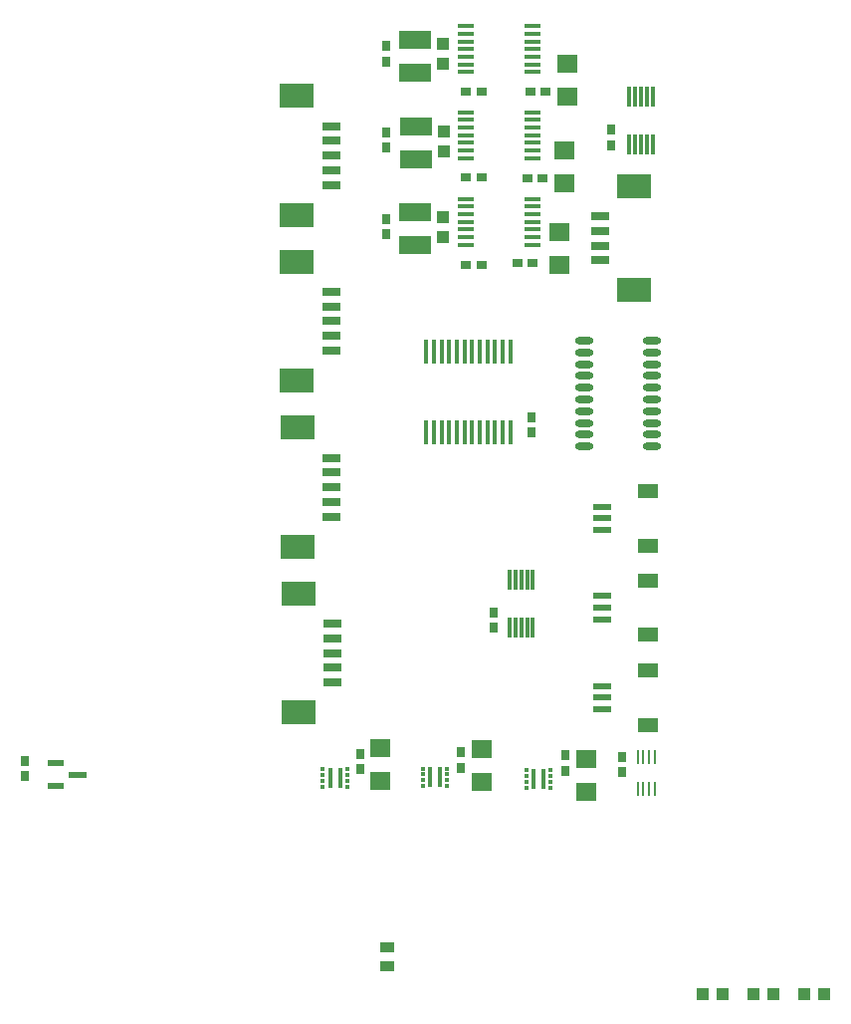
<source format=gtp>
G04 Layer_Color=8421504*
%FSLAX25Y25*%
%MOIN*%
G70*
G01*
G75*
%ADD10R,0.04331X0.03937*%
%ADD11R,0.02756X0.03543*%
%ADD12R,0.01700X0.08100*%
%ADD13R,0.11811X0.08268*%
%ADD14R,0.06299X0.03150*%
%ADD15R,0.01000X0.04600*%
%ADD16R,0.01300X0.07000*%
%ADD17R,0.05905X0.02362*%
%ADD18R,0.07087X0.04724*%
%ADD19R,0.05200X0.02200*%
%ADD20R,0.06250X0.02200*%
%ADD21R,0.05800X0.01400*%
%ADD22R,0.07087X0.06299*%
%ADD23R,0.03543X0.02756*%
%ADD24R,0.10630X0.06299*%
%ADD25R,0.03937X0.04331*%
%ADD26R,0.01378X0.07087*%
%ADD27R,0.01772X0.01181*%
%ADD28O,0.06299X0.02362*%
%ADD29R,0.04900X0.03200*%
D10*
X745653Y74200D02*
D03*
X752347D02*
D03*
X728653D02*
D03*
X735347D02*
D03*
X711654D02*
D03*
X718347D02*
D03*
D11*
X630700Y149841D02*
D03*
Y154959D02*
D03*
X597000Y154559D02*
D03*
Y149441D02*
D03*
X641700Y201859D02*
D03*
Y196741D02*
D03*
X684700Y153459D02*
D03*
Y148341D02*
D03*
X605500Y386141D02*
D03*
Y391259D02*
D03*
Y357341D02*
D03*
Y362459D02*
D03*
Y328341D02*
D03*
Y333459D02*
D03*
X654100Y261941D02*
D03*
Y267059D02*
D03*
X681000Y363259D02*
D03*
Y358141D02*
D03*
X665500Y148841D02*
D03*
Y153959D02*
D03*
X484400Y146941D02*
D03*
Y152059D02*
D03*
D12*
X647159Y289000D02*
D03*
X644600D02*
D03*
X642041D02*
D03*
X639482D02*
D03*
X636923D02*
D03*
X634364D02*
D03*
X631805D02*
D03*
X629246D02*
D03*
X626687D02*
D03*
X624128D02*
D03*
X621568D02*
D03*
X619009D02*
D03*
Y262000D02*
D03*
X621568D02*
D03*
X624128D02*
D03*
X626687D02*
D03*
X629246D02*
D03*
X631805D02*
D03*
X634364D02*
D03*
X636923D02*
D03*
X639482D02*
D03*
X642041D02*
D03*
X644600D02*
D03*
X647159D02*
D03*
D13*
X575705Y334818D02*
D03*
Y374582D02*
D03*
X575705Y279397D02*
D03*
Y319161D02*
D03*
X575883Y223818D02*
D03*
Y263582D02*
D03*
X576083Y168318D02*
D03*
Y208082D02*
D03*
X688600Y344443D02*
D03*
Y309600D02*
D03*
D14*
X587122Y344858D02*
D03*
Y349779D02*
D03*
Y354700D02*
D03*
Y359621D02*
D03*
Y364543D02*
D03*
X587122Y289436D02*
D03*
Y294357D02*
D03*
Y299279D02*
D03*
Y304200D02*
D03*
Y309121D02*
D03*
X587300Y233857D02*
D03*
Y238779D02*
D03*
Y243700D02*
D03*
Y248621D02*
D03*
Y253542D02*
D03*
X587500Y178358D02*
D03*
Y183279D02*
D03*
Y188200D02*
D03*
Y193121D02*
D03*
Y198043D02*
D03*
X677183Y334403D02*
D03*
Y329482D02*
D03*
Y324561D02*
D03*
Y319639D02*
D03*
D15*
X689763Y142700D02*
D03*
X691732D02*
D03*
X693700D02*
D03*
X695669D02*
D03*
Y153500D02*
D03*
X693700D02*
D03*
X691732D02*
D03*
X689763D02*
D03*
D16*
X654705Y212900D02*
D03*
X652737D02*
D03*
X650769D02*
D03*
X648800D02*
D03*
X646832D02*
D03*
Y196800D02*
D03*
X648800D02*
D03*
X650769D02*
D03*
X652737D02*
D03*
X654705D02*
D03*
X694805Y374400D02*
D03*
X692837D02*
D03*
X690869D02*
D03*
X688900D02*
D03*
X686932D02*
D03*
Y358300D02*
D03*
X688900D02*
D03*
X690869D02*
D03*
X692837D02*
D03*
X694805D02*
D03*
D17*
X677946Y169308D02*
D03*
Y173245D02*
D03*
Y177182D02*
D03*
Y199418D02*
D03*
Y203355D02*
D03*
Y207292D02*
D03*
X677846Y229318D02*
D03*
Y233255D02*
D03*
Y237192D02*
D03*
D18*
X693300Y182300D02*
D03*
Y164190D02*
D03*
Y212410D02*
D03*
Y194300D02*
D03*
X693200Y242310D02*
D03*
Y224200D02*
D03*
D19*
X494746Y151271D02*
D03*
Y143791D02*
D03*
D20*
X502221Y147531D02*
D03*
D21*
X632300Y397977D02*
D03*
Y395418D02*
D03*
Y392859D02*
D03*
Y390300D02*
D03*
Y387741D02*
D03*
Y385182D02*
D03*
Y382623D02*
D03*
X654500Y382623D02*
D03*
Y385182D02*
D03*
Y387741D02*
D03*
Y390300D02*
D03*
Y392859D02*
D03*
Y395418D02*
D03*
Y397977D02*
D03*
X632302Y369159D02*
D03*
Y366600D02*
D03*
Y364041D02*
D03*
Y361482D02*
D03*
Y358923D02*
D03*
Y356364D02*
D03*
Y353805D02*
D03*
X654502Y353805D02*
D03*
Y356364D02*
D03*
Y358923D02*
D03*
Y361482D02*
D03*
Y364041D02*
D03*
Y366600D02*
D03*
Y369159D02*
D03*
X632302Y340159D02*
D03*
Y337600D02*
D03*
Y335041D02*
D03*
Y332482D02*
D03*
Y329923D02*
D03*
Y327364D02*
D03*
Y324805D02*
D03*
X654502Y324805D02*
D03*
Y327364D02*
D03*
Y329923D02*
D03*
Y332482D02*
D03*
Y335041D02*
D03*
Y337600D02*
D03*
Y340159D02*
D03*
D22*
X603500Y145288D02*
D03*
Y156312D02*
D03*
X637500Y156212D02*
D03*
Y145188D02*
D03*
X672600Y152612D02*
D03*
Y141588D02*
D03*
X666100Y374288D02*
D03*
Y385312D02*
D03*
X665100Y345488D02*
D03*
Y356512D02*
D03*
X663500Y329212D02*
D03*
Y318188D02*
D03*
D23*
X632341Y376100D02*
D03*
X637459D02*
D03*
X632341Y347300D02*
D03*
X637459D02*
D03*
X632341Y318200D02*
D03*
X637459D02*
D03*
X653841Y376100D02*
D03*
X658959D02*
D03*
X652841Y347100D02*
D03*
X657959D02*
D03*
X649441Y318600D02*
D03*
X654559D02*
D03*
D24*
X615200Y382488D02*
D03*
Y393512D02*
D03*
X615498Y353488D02*
D03*
Y364512D02*
D03*
X615298Y324688D02*
D03*
Y335712D02*
D03*
D25*
X624400Y385353D02*
D03*
Y392046D02*
D03*
X624798Y356153D02*
D03*
Y362846D02*
D03*
X624500Y327354D02*
D03*
Y334047D02*
D03*
D26*
X658200Y146000D02*
D03*
X654853D02*
D03*
X623700Y146600D02*
D03*
X620354D02*
D03*
X590100Y146300D02*
D03*
X586754D02*
D03*
D27*
X660562Y143047D02*
D03*
Y145016D02*
D03*
Y146984D02*
D03*
Y148953D02*
D03*
X652491Y143047D02*
D03*
Y145016D02*
D03*
Y146984D02*
D03*
Y148953D02*
D03*
X626062Y143647D02*
D03*
Y145616D02*
D03*
Y147584D02*
D03*
Y149553D02*
D03*
X617991Y143647D02*
D03*
Y145616D02*
D03*
Y147584D02*
D03*
Y149553D02*
D03*
X592462Y143347D02*
D03*
Y145316D02*
D03*
Y147284D02*
D03*
Y149253D02*
D03*
X584391Y143347D02*
D03*
Y145316D02*
D03*
Y147284D02*
D03*
Y149253D02*
D03*
D28*
X672002Y257341D02*
D03*
Y261278D02*
D03*
Y265215D02*
D03*
Y269152D02*
D03*
Y273089D02*
D03*
Y277026D02*
D03*
Y280963D02*
D03*
Y284900D02*
D03*
Y288837D02*
D03*
Y292774D02*
D03*
X694443D02*
D03*
Y288837D02*
D03*
Y284900D02*
D03*
Y280963D02*
D03*
Y277026D02*
D03*
Y273089D02*
D03*
Y269152D02*
D03*
Y265215D02*
D03*
Y261278D02*
D03*
Y257341D02*
D03*
D29*
X605862Y83300D02*
D03*
Y89600D02*
D03*
M02*

</source>
